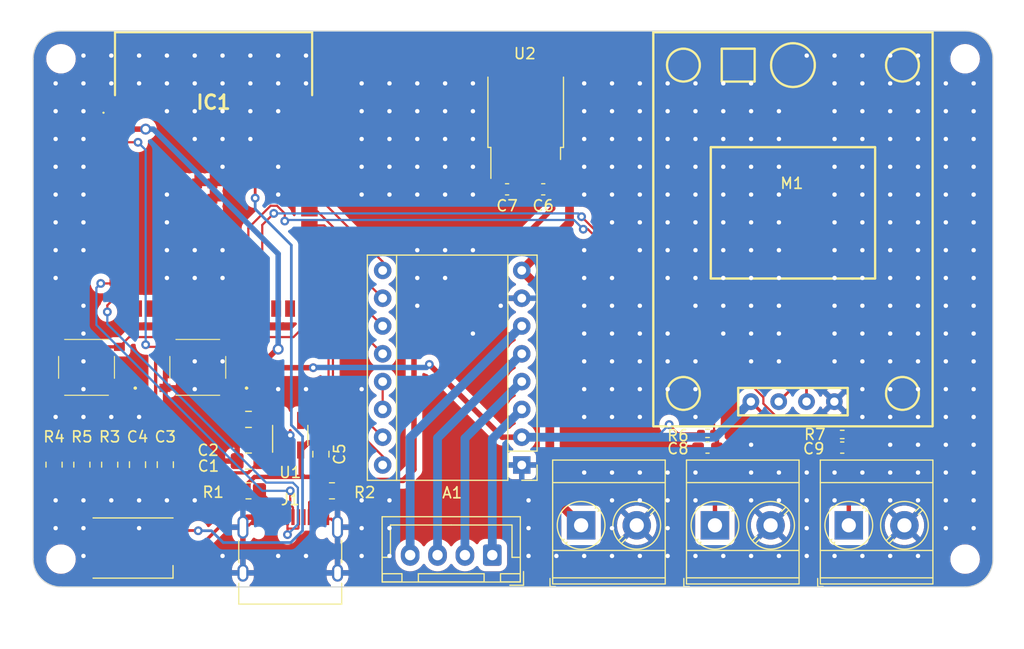
<source format=kicad_pcb>
(kicad_pcb (version 20240108) (generator "pcbnew") (generator_version "8.0")
  (title_block (title "Solar data logger") (date "2022-12-15") (rev "1") (comment 4 "AISLER Project ID: ROSFXOJF"))
  (layers (0 "F.Cu" signal) (31 "B.Cu" signal) (34 "B.Paste" user) (35 "F.Paste" user) (36 "B.SilkS" user "B.Silkscreen") (37 "F.SilkS" user "F.Silkscreen") (38 "B.Mask" user) (39 "F.Mask" user) (44 "Edge.Cuts" user))
  (net 0 "")
  (net 1 "GND")
  (net 2 "+3.3V")
  (net 3 "~{RESET}")
  (net 4 "+5V")
  (net 5 "LED")
  (net 13 "Net-(IC1-IO18)")
  (net 14 "D-")
  (net 15 "D+")
  (net 18 "IO9")
  (net 19 "IO10")
  (net 20 "IO11")
  (net 21 "IO12")
  (net 22 "IO13")
  (net 23 "IO14")
  (net 25 "~{FLASH}")
  (net 28 "RX")
  (net 29 "TX")
  (net 32 "Net-(J1-CC1)")
  (net 34 "Net-(J1-CC2)")
  (net 38 "Net-(A1-1B)")
  (net 39 "Net-(A1-1A)")
  (net 40 "Net-(A1-2A)")
  (net 41 "Net-(A1-2B)")
  (net 42 "VCC")
  (net 43 "STEP_EN")
  (net 44 "MS1")
  (net 45 "MS2")
  (net 46 "MS3")
  (net 47 "Net-(A1-~{RESET})")
  (net 48 "STEP_STEP")
  (net 49 "STEP_DIR")
  (net 50 "SWITCH_1")
  (net 51 "SWITCH_2")
  (footprint "Capacitor_SMD:C_0603_1608Metric_Pad1.08x0.95mm_HandSolder" (layer "F.Cu") (at 138.64 86.82)
    (property "Reference" "C6")
    (property "Value" "10uF")
  )
  (footprint "Capacitor_SMD:C_0805_2012Metric_Pad1.18x1.45mm_HandSolder" (layer "F.Cu") (at 118.34 111.02 -90)
    (property "Reference" "C5")
    (property "Value" "1uF")
  )
  (footprint "TerminalBlock_Phoenix:TerminalBlock_Phoenix_MKDS-3-2-5.08_1x02_P5.08mm_Horizontal" (layer "F.Cu") (at 166.54 117.52)
    (property "Reference" "J5" (hide yes))
    (property "Value" "SCHWITCH_2")
  )
  (footprint "LED_SMD:LED_WS2812B_PLCC4_5.0x5.0mm_P3.2mm" (layer "F.Cu") (at 101.1886 119.598)
    (property "Reference" "D1" (hide yes))
    (property "Value" "WS2812B" (hide yes))
  )
  (footprint "Capacitor_SMD:C_0603_1608Metric_Pad1.08x0.95mm_HandSolder" (layer "F.Cu") (at 153.64 110.42)
    (property "Reference" "C8")
    (property "Value" "10uF")
  )
  (footprint "Resistor_SMD:R_0805_2012Metric_Pad1.20x1.40mm_HandSolder" (layer "F.Cu") (at 111.73 114.3704 180)
    (property "Reference" "R1")
    (property "Value" "5k1")
  )
  (footprint "Resistor_SMD:R_0805_2012Metric_Pad1.20x1.40mm_HandSolder" (layer "F.Cu") (at 119.35 114.3704)
    (property "Reference" "R2")
    (property "Value" "5k1")
  )
  (footprint "Package_TO_SOT_SMD:TO-252-2" (layer "F.Cu") (at 137.04 79.68 90)
    (property "Reference" "U2")
    (property "Value" "78M05")
  )
  (footprint "Capacitor_SMD:C_0805_2012Metric_Pad1.18x1.45mm_HandSolder" (layer "F.Cu") (at 111.73 111.6526)
    (property "Reference" "C1")
    (property "Value" "22uF")
  )
  (footprint "Capacitor_SMD:C_0603_1608Metric_Pad1.08x0.95mm_HandSolder" (layer "F.Cu") (at 135.34 86.82 180)
    (property "Reference" "C7")
    (property "Value" "10uF")
  )
  (footprint "robins-parts:A4988" (layer "F.Cu") (at 136.68 112.01 180)
    (property "Reference" "A1")
    (property "Value" "Pololu_Breakout_A4988")
  )
  (footprint "Resistor_SMD:R_0805_2012Metric_Pad1.20x1.40mm_HandSolder" (layer "F.Cu") (at 99.055 111.978 90)
    (property "Reference" "R3")
    (property "Value" "10k")
  )
  (footprint "MountingHole:MountingHole_2.2mm_M2" (layer "F.Cu") (at 177.16 120.61)
    (property "Reference" "H2" (hide yes))
    (property "Value" "MountingHole" (hide yes))
  )
  (footprint "Resistor_SMD:R_0805_2012Metric_Pad1.20x1.40mm_HandSolder" (layer "F.Cu") (at 93.975 111.978 90)
    (property "Reference" "R4")
    (property "Value" "10K")
  )
  (footprint "Capacitor_SMD:C_0805_2012Metric_Pad1.18x1.45mm_HandSolder" (layer "F.Cu") (at 111.73 107.8426)
    (property "Reference" "C2")
    (property "Value" "0.1uF")
  )
  (footprint "TerminalBlock_Phoenix:TerminalBlock_Phoenix_MKDS-3-2-5.08_1x02_P5.08mm_Horizontal" (layer "F.Cu") (at 142.1 117.52)
    (property "Reference" "J2" (hide yes))
    (property "Value" "POWER")
  )
  (footprint "Capacitor_SMD:C_0805_2012Metric_Pad1.18x1.45mm_HandSolder" (layer "F.Cu") (at 101.595 111.978 -90)
    (property "Reference" "C4")
    (property "Value" "0.1uF")
  )
  (footprint "Resistor_SMD:R_0402_1005Metric_Pad0.72x0.64mm_HandSolder" (layer "F.Cu") (at 165.94 109.22)
    (property "Reference" "R7")
    (property "Value" "1k")
  )
  (footprint "Resistor_SMD:R_0805_2012Metric_Pad1.20x1.40mm_HandSolder" (layer "F.Cu") (at 96.515 111.978 -90)
    (property "Reference" "R5")
    (property "Value" "(10k)")
  )
  (footprint "TerminalBlock_Phoenix:TerminalBlock_Phoenix_MKDS-3-2-5.08_1x02_P5.08mm_Horizontal" (layer "F.Cu") (at 154.32 117.52)
    (property "Reference" "J3" (hide yes))
    (property "Value" "SWITCH_1")
  )
  (footprint "Resistor_SMD:R_0402_1005Metric_Pad0.72x0.64mm_HandSolder" (layer "F.Cu") (at 153.64 109.12)
    (property "Reference" "R6")
    (property "Value" "1k")
  )
  (footprint "robins-parts:NEO-6M_GPS" (layer "F.Cu") (at 161.34 89.12)
    (property "Reference" "M1")
    (property "Value" "~")
  )
  (footprint "Capacitor_SMD:C_0805_2012Metric_Pad1.18x1.45mm_HandSolder" (layer "F.Cu") (at 104.135 111.978 90)
    (property "Reference" "C3")
    (property "Value" "1uF")
  )
  (footprint "SamacSys_Parts:TS1187ABAB" (layer "F.Cu") (at 107.1 103.088 180)
    (property "Reference" "SW2" (hide yes))
    (property "Value" "RESET")
  )
  (footprint "MountingHole:MountingHole_2.2mm_M2" (layer "F.Cu") (at 177.16 74.89)
    (property "Reference" "H1" (hide yes))
    (property "Value" "MountingHole" (hide yes))
  )
  (footprint "Connector_JST:JST_XH_B4B-XH-A_1x04_P2.50mm_Vertical" (layer "F.Cu") (at 133.99 120.245 180)
    (property "Reference" "J6" (hide yes))
    (property "Value" "Conn_01x04")
  )
  (footprint "MountingHole:MountingHole_2.2mm_M2" (layer "F.Cu") (at 94.61 74.89)
    (property "Reference" "H4" (hide yes))
    (property "Value" "MountingHole" (hide yes))
  )
  (footprint "Capacitor_SMD:C_0603_1608Metric_Pad1.08x0.95mm_HandSolder" (layer "F.Cu") (at 165.94 110.42)
    (property "Reference" "C9")
    (property "Value" "10uF")
  )
  (footprint "CustomComponents:USB_C_Receptacle_HRO_TYPE-C-31-M-12" (layer "F.Cu") (at 115.54 120.82)
    (property "Reference" "J1")
    (property "Value" "USB_C_Receptacle_USB2.0")
  )
  (footprint "LOGO" (layer "F.Cu") (at 126.6 83.4)
    (property "Reference" "G***" (hide yes))
    (property "Value" "LOGO" (hide yes))
  )
  (footprint "SamacSys_Parts:ESP32S2SOLON4R2" (layer "F.Cu") (at 108.54 85.22)
    (property "Reference" "IC1")
    (property "Value" "ESP32-S2-SOLO-N4R2" (hide yes))
  )
  (footprint "SamacSys_Parts:TS1187ABAB" (layer "F.Cu") (at 96.94 103.088 180)
    (property "Reference" "SW1" (hide yes))
    (property "Value" "FLASH")
  )
  (footprint "Package_TO_SOT_SMD:SOT-23-5_HandSoldering" (layer "F.Cu") (at 115.54 109.2904 90)
    (property "Reference" "U1")
    (property "Value" "ME6211C33M5G-N")
  )
  (footprint "MountingHole:MountingHole_2.2mm_M2" (layer "F.Cu") (at 94.61 120.61)
    (property "Reference" "H3" (hide yes))
    (property "Value" "MountingHole" (hide yes))
  )
  (gr_arc (start 177.16 72.35) (mid 178.956051 73.093949) (end 179.7 74.89) (stroke (width 0.1)) (layer "Edge.Cuts"))
  (gr_line (start 92.07 120.61) (end 92.07 74.89) (stroke (width 0.1)) (layer "Edge.Cuts"))
  (gr_line (start 177.16 123.15) (end 94.61 123.15) (stroke (width 0.1)) (layer "Edge.Cuts"))
  (gr_arc (start 92.07 74.89) (mid 92.813949 73.093949) (end 94.61 72.35) (stroke (width 0.1)) (layer "Edge.Cuts"))
  (gr_line (start 94.61 72.35) (end 177.16 72.35) (stroke (width 0.1)) (layer "Edge.Cuts"))
  (gr_line (start 179.7 74.89) (end 179.7 120.61) (stroke (width 0.1)) (layer "Edge.Cuts"))
  (gr_arc (start 179.7 120.61) (mid 178.956051 122.406051) (end 177.16 123.15) (stroke (width 0.1)) (layer "Edge.Cuts"))
  (gr_arc (start 94.61 123.15) (mid 92.813949 122.406051) (end 92.07 120.61) (stroke (width 0.1)) (layer "Edge.Cuts"))
  (segment (start 119.28 116.9404) (end 119.86 117.5204) (width 0.25) (layer "F.Cu") (net 1))
  (segment (start 111.76 117.5204) (end 112.34 116.9404) (width 0.25) (layer "F.Cu") (net 1))
  (segment (start 111.22 117.5204) (end 111.76 117.5204) (width 0.25) (layer "F.Cu") (net 1))
  (segment (start 118.74 116.9404) (end 119.28 116.9404) (width 0.25) (layer "F.Cu") (net 1))
  (segment (start 115.54 110.6404) (end 115.54 109.2904) (width 0.25) (layer "F.Cu") (net 1))
  (via (at 127.14 79.68) (size 0.8) (drill 0.4) (layers "F.Cu" "B.Cu") (net 1))
  (via (at 172.86 77.14) (size 0.8) (drill 0.4) (layers "F.Cu" "B.Cu") (net 1))
  (via (at 147.46 84.76) (size 0.8) (drill 0.4) (layers "F.Cu" "B.Cu") (net 1))
  (via (at 106.82 94.92) (size 0.8) (drill 0.4) (layers "F.Cu" "B.Cu") (net 1))
  (via (at 144.92 102.54) (size 0.8) (drill 0.4) (layers "F.Cu" "B.Cu") (net 1))
  (via (at 172.86 120.32) (size 0.8) (drill 0.4) (layers "F.Cu" "B.Cu") (net 1))
  (via (at 155.08 77.14) (size 0.8) (drill 0.4) (layers "F.Cu" "B.Cu") (net 1))
  (via (at 129.68 94.92) (size 0.8) (drill 0.4) (layers "F.Cu" "B.Cu") (net 1))
  (via (at 144.92 89.84) (size 0.8) (drill 0.4) (layers "F.Cu" "B.Cu") (net 1))
  (via (at 165.24 92.38) (size 0.8) (drill 0.4) (layers "F.Cu" "B.Cu") (net 1))
  (via (at 175.4 97.46) (size 0.8) (drill 0.4) (layers "F.Cu" "B.Cu") (net 1))
  (via (at 152.54 94.92) (size 0.8) (drill 0.4) (layers "F.Cu" "B.Cu") (net 1))
  (via (at 147.46 87.3) (size 0.8) (drill 0.4) (layers "F.Cu" "B.Cu") (net 1))
  (via (at 177.94 112.7) (size 0.8) (drill 0.4) (layers "F.Cu" "B.Cu") (net 1))
  (via (at 170.32 84.76) (size 0.8) (drill 0.4) (layers "F.Cu" "B.Cu") (net 1))
  (via (at 155.08 120.32) (size 0.8) (drill 0.4) (layers "F.Cu" "B.Cu") (net 1))
  (via (at 172.86 94.92) (size 0.8) (drill 0.4) (layers "F.Cu" "B.Cu") (net 1))
  (via (at 167.78 82.22) (size 0.8) (drill 0.4) (layers "F.Cu" "B.Cu") (net 1))
  (via (at 157.62 102.54) (size 0.8) (drill 0.4) (layers "F.Cu" "B.Cu") (net 1))
  (via (at 177.94 110.16) (size 0.8) (drill 0.4) (layers "F.Cu" "B.Cu") (net 1))
  (via (at 127.14 87.3) (size 0.8) (drill 0.4) (layers "F.Cu" "B.Cu") (net 1))
  (via (at 167.78 102.54) (size 0.8) (drill 0.4) (layers "F.Cu" "B.Cu") (net 1))
  (via (at 162.7 117.78) (size 0.8) (drill 0.4) (layers "F.Cu" "B.Cu") (net 1))
  (via (at 127.14 94.92) (size 0.8) (drill 0.4) (layers "F.Cu" "B.Cu") (net 1))
  (via (at 175.4 112.7) (size 0.8) (drill 0.4) (layers "F.Cu" "B.Cu") (net 1))
  (via (at 172.86 79.68) (size 0.8) (drill 0.4) (layers "F.Cu" "B.Cu") (net 1))
  (via (at 114.44 74.6) (size 0.8) (drill 0.4) (layers "F.Cu" "B.Cu") (net 1))
  (via (at 101.74 77.14) (size 0.8) (drill 0.4) (layers "F.Cu" "B.Cu") (net 1))
  (via (at 175.4 100) (size 0.8) (drill 0.4) (layers "F.Cu" "B.Cu") (net 1))
  (via (at 162.7 120.32) (size 0.8) (drill 0.4) (layers "F.Cu" "B.Cu") (net 1))
  (via (at 106.82 79.68) (size 0.8) (drill 0.4) (layers "F.Cu" "B.Cu") (net 1))
  (via (at 122.06 87.3) (size 0.8) (drill 0.4) (layers "F.Cu" "B.Cu") (net 1))
  (via (at 124.6 82.22) (size 0.8) (drill 0.4) (layers "F.Cu" "B.Cu") (net 1))
  (via (at 132.22 79.68) (size 0.8) (drill 0.4) (layers "F.Cu" "B.Cu") (net 1))
  (via (at 139.84 120.32) (size 0.8) (drill 0.4) (layers "F.Cu" "B.Cu") (net 1))
  (via (at 150 102.54) (size 0.8) (drill 0.4) (layers "F.Cu" "B.Cu") (net 1))
  (via (at 167.78 92.38) (size 0.8) (drill 0.4) (layers "F.Cu" "B.Cu") (net 1))
  (via (at 129.68 79.68) (size 0.8) (drill 0.4) (layers "F.Cu" "B.Cu") (net 1))
  (via (at 175.4 117.78) (size 0.8) (drill 0.4) (layers "F.Cu" "B.Cu") (net 1))
  (via (at 114.44 84.76) (size 0.8) (drill 0.4) (layers "F.Cu" "B.Cu") (net 1))
  (via (at 155.08 100) (size 0.8) (drill 0.4) (layers "F.Cu" "B.Cu") (net 1))
  (via (at 132.22 82.22) (size 0.8) (drill 0.4) (layers "F.Cu" "B.Cu") (net 1))
  (via (at 109.36 94.92) (size 0.8) (drill 0.4) (layers "F.Cu" "B.Cu") (net 1))
  (via (at 167.78 77.14) (size 0.8) (drill 0.4) (layers "F.Cu" "B.Cu") (net 1))
  (via (at 165.24 97.46) (size 0.8) (drill 0.4) (layers "F.Cu" "B.Cu") (net 1))
  (via (at 101.74 107.62) (size 0.8) (drill 0.4) (layers "F.Cu" "B.Cu") (net 1))
  (via (at 152.54 84.76) (size 0.8) (drill 0.4) (layers "F.Cu" "B.Cu") (net 1))
  (via (at 170.32 87.3) (size 0.8) (drill 0.4) (layers "F.Cu" "B.Cu") (net 1))
  (via (at 132.22 87.3) (size 0.8) (drill 0.4) (layers "F.Cu" "B.Cu") (net 1))
  (via (at 142.38 82.22) (size 0.8) (drill 0.4) (layers "F.Cu" "B.Cu") (net 1))
  (via (at 142.38 77.14) (size 0.8) (drill 0.4) (layers "F.Cu" "B.Cu") (net 1))
  (via (at 114.44 77.14) (size 0.8) (drill 0.4) (layers "F.Cu" "B.Cu") (net 1))
  (via (at 150 79.68) (size 0.8) (drill 0.4) (layers "F.Cu" "B.Cu") (net 1))
  (via (at 94.12 92.38) (size 0.8) (drill 0.4) (layers "F.Cu" "B.Cu") (net 1))
  (via (at 155.08 82.22) (size 0.8) (drill 0.4) (layers "F.Cu" "B.Cu") (net 1))
  (via (at 167.78 94.92) (size 0.8) (drill 0.4) (layers "F.Cu" "B.Cu") (net 1))
  (via (at 172.86 74.6) (size 0.8) (drill 0.4) (layers "F.Cu" "B.Cu") (net 1))
  (via (at 147.46 105.08) (size 0.8) (drill 0.4) (layers "F.Cu" "B.Cu") (net 1))
  (via (at 109.36 74.6) (size 0.8) (drill 0.4) (layers "F.Cu" "B.Cu") (net 1))
  (via (at 177.94 107.62) (size 0.8) (drill 0.4) (layers "F.Cu" "B.Cu") (net 1))
  (via (at 160.16 87.3) (size 0.8) (drill 0.4) (layers "F.Cu" "B.Cu") (net 1))
  (via (at 144.92 117.78) (size 0.8) (drill 0.4) (layers "F.Cu" "B.Cu") (net 1))
  (via (at 167.78 89.84) (size 0.8) (drill 0.4) (layers "F.Cu" "B.Cu") (net 1))
  (via (at 167.78 105.08) (size 0.8) (drill 0.4) (layers "F.Cu" "B.Cu") (net 1))
  (via (at 152.54 102.54) (size 0.8) (drill 0.4) (layers "F.Cu" "B.Cu") (net 1))
  (via (at 157.62 84.76) (size 0.8) (drill 0.4) (layers "F.Cu" "B.Cu") (net 1))
  (via (at 94.12 89.84) (size 0.8) (drill 0.4) (layers "F.Cu" "B.Cu") (net 1))
  (via (at 155.08 79.68) (size 0.8) (drill 0.4) (layers "F.Cu" "B.Cu") (net 1))
  (via (at 96.66 87.3) (size 0.8) (drill 0.4) (layers "F.Cu" "B.Cu") (net 1))
  (via (at 165.24 120.32) (size 0.8) (drill 0.4) (layers "F.Cu" "B.Cu") (net 1))
  (via (at 165.24 115.24) (size 0.8) (drill 0.4) (layers "F.Cu" "B.Cu") (net 1))
  (via (at 167.78 97.46) (size 0.8) (drill 0.4) (layers "F.Cu" "B.Cu") (net 1))
  (via (at 175.4 92.38) (size 0.8) (drill 0.4) (layers "F.Cu" "B.Cu") (net 1))
  (via (at 124.6 120.32) (size 0.8) (drill 0.4) (layers "F.Cu" "B.Cu") (net 1))
  (via (at 172.86 100) (size 0.8) (drill 0.4) (layers "F.Cu" "B.Cu") (net 1))
  (via (at 177.94 84.76) (size 0.8) (drill 0.4) (layers "F.Cu" "B.Cu") (net 1))
  (via (at 127.14 82.22) (size 0.8) (drill 0.4) (layers "F.Cu" "B.Cu") (net 1))
  (via (at 96.66 84.76) (size 0.8) (drill 0.4) (layers "F.Cu" "B.Cu") (net 1))
  (via (at 116.98 74.6) (size 0.8) (drill 0.4) (layers "F.Cu" "B.Cu") (net 1))
  (via (at 124.6 79.68) (size 0.8) (drill 0.4) (layers "F.Cu" "B.Cu") (net 1))
  (via (at 142.38 92.38) (size 0.8) (drill 0.4) (layers "F.Cu" "B.Cu") (net 1))
  (via (at 111.9 74.6) (size 0.8) (drill 0.4) (layers "F.Cu" "B.Cu") (net 1))
  (via (at 96.66 74.6) (size 0.8) (drill 0.4) (layers "F.Cu" "B.Cu") (net 1))
  (via (at 142.38 84.76) (size 0.8) (drill 0.4) (layers "F.Cu" "B.Cu") (net 1))
  (via (at 150 94.92) (size 0.8) (drill 0.4) (layers "F.Cu" "B.Cu") (net 1))
  (via (at 104.28 74.6) (size 0.8) (drill 0.4) (layers "F.Cu" "B.Cu") (net 1))
  (via (at 165.24 79.68) (size 0.8) (drill 0.4) (layers "F.Cu" "B.Cu") (net 1))
  (via (at 104.28 77.14) (size 0.8) (drill 0.4) (layers "F.Cu" "B.Cu") (net 1))
  (via (at 175.4 107.62) (size 0.8) (drill 0.4) (layers "F.Cu" "B.Cu") (net 1))
  (via (at 160.16 115.24) (size 0.8) (drill 0.4) (layers "F.Cu" "B.Cu") (net 1))
  (via (at 132.22 100) (size 0.8) (drill 0.4) (layers "F.Cu" "B.Cu") (net 1))
  (via (at 94.12 115.24) (size 0.8) (drill 0.4) (layers "F.Cu" "B.Cu") (net 1))
  (via (at 142.38 105.08) (size 0.8) (drill 0.4) (layers "F.Cu" "B.Cu") (net 1))
  (via (at 96.66 97.46) (size 0.8) (drill 0.4) (layers "F.Cu" "B.Cu") (net 1))
  (via (at 122.06 115.24) (size 0.8) (drill 0.4) (layers "F.Cu" "B.Cu") (net 1))
  (via (at 109.36 82.22) (size 0.8) (drill 0.4) (layers "F.Cu" "B.Cu") (net 1))
  (via (at 101.74 115.24) (size 0.8) (drill 0.4) (layers "F.Cu" "B.Cu") (net 1))
  (via (at 160.16 120.32) (size 0.8) (drill 0.4) (layers "F.Cu" "B.Cu") (net 1))
  (via (at 152.54 79.68) (size 0.8) (drill 0.4) (layers "F.Cu" "B.Cu") (net 1))
  (via (at 152.54 105.08) (size 0.8) (drill 0.4) (layers "F.Cu" "B.Cu") (net 1))
  (via (at 104.28 115.24) (size 0.8) (drill 0.4) (layers "F.Cu" "B.Cu") (net 1))
  (via (at 155.08 89.84) (size 0.8) (drill 0.4) (layers "F.Cu" "B.Cu") (net 1))
  (via (at 157.62 87.3) (size 0.8) (drill 0.4) (layers "F.Cu" "B.Cu") (net 1))
  (via (at 175.4 77.14) (size 0.8) (drill 0.4) (layers "F.Cu" "B.Cu") (net 1))
  (via (at 122.06 79.68) (size 0.8) (drill 0.4) (layers "F.Cu" "B.Cu") (net 1))
  (via (at 106.82 115.24) (size 0.8) (drill 0.4) (layers "F.Cu" "B.Cu") (net 1))
  (via (at 104.28 79.68) (size 0.8) (drill 0.4) (layers "F.Cu" "B.Cu") (net 1))
  (via (at 147.46 97.46) (size 0.8) (drill 0.4) (layers "F.Cu" "B.Cu") (net 1))
  (via (at 122.06 82.22) (size 0.8) (drill 0.4) (layers "F.Cu" "B.Cu") (net 1))
  (via (at 167.78 74.6) (size 0.8) (drill 0.4) (layers "F.Cu" "B.Cu") (net 1))
  (via (at 170.32 79.68) (size 0.8) (drill 0.4) (layers "F.Cu" "B.Cu") (net 1))
  (via (at 109.36 79.68) (size 0.8) (drill 0.4) (layers "F.Cu" "B.Cu") (net 1))
  (via (at 147.46 100) (size 0.8) (drill 0.4) (layers "F.Cu" "B.Cu") (net 1))
  (via (at 165.24 100) (size 0.8) (drill 0.4) (layers "F.Cu" "B.Cu") (net 1))
  (via (at 167.78 100) (size 0.8) (drill 0.4) (layers "F.Cu" "B.Cu") (net 1))
  (via (at 150 84.76) (size 0.8) (drill 0.4) (layers "F.Cu" "B.Cu") (net 1))
  (via (at 150 100) (size 0.8) (drill 0.4) (layers "F.Cu" "B.Cu") (net 1))
  (via (at 170.32 74.6) (size 0.8) (drill 0.4) (layers "F.Cu" "B.Cu") (net 1))
  (via (at 155.08 84.76) (size 0.8) (drill 0.4) (layers "F.Cu" "B.Cu") (net 1))
  (via (at 157.62 97.46) (size 0.8) (drill 0.4) (layers "F.Cu" "B.Cu") (net 1))
  (via (at 177.94 115.24) (size 0.8) (drill 0.4) (layers "F.Cu" "B.Cu") (net 1))
  (via (at 96.66 120.32) (size 0.8) (drill 0.4) (layers "F.Cu" "B.Cu") (net 1))
  (via (at 132.22 77.14) (size 0.8) (drill 0.4) (layers "F.Cu" "B.Cu") (net 1))
  (via (at 147.46 82.22) (size 0.8) (drill 0.4) (layers "F.Cu" "B.Cu") (net 1))
  (via (at 96.66 115.24) (size 0.8) (drill 0.4) (layers "F.Cu" "B.Cu") (net 1))
  (via (at 170.32 92.38) (size 0.8) (drill 0.4) (layers "F.Cu" "B.Cu") (net 1))
  (via (at 170.32 94.92) (size 0.8) (drill 0.4) (layers "F.Cu" "B.Cu") (net 1))
  (via (at 157.62 115.24) (size 0.8) (drill 0.4) (layers "F.Cu" "B.Cu") (net 1))
  (via (at 142.38 87.3) (size 0.8) (drill 0.4) (layers "F.Cu" "B.Cu") (net 1))
  (via (at 94.12 79.68) (size 0.8) (drill 0.4) (layers "F.Cu" "B.Cu") (net 1))
  (via (at 170.32 107.62) (size 0.8) (drill 0.4) (layers "F.Cu" "B.Cu") (net 1))
  (via (at 109.36 84.76) (size 0.8) (drill 0.4) (layers "F.Cu" "B.Cu") (net 1))
  (via (at 165.24 77.14) (size 0.8) (drill 0.4) (layers "F.Cu" "B.Cu") (net 1))
  (via (at 132.22 84.76) (size 0.8) (drill 0.4) (layers "F.Cu" "B.Cu") (net 1))
  (via (at 167.78 107.62) (size 0.8) (drill 0.4) (layers "F.Cu" "B.Cu") (net 1))
  (via (at 175.4 82.22) (size 0.8) (drill 0.4) (layers "F.Cu" "B.Cu") (net 1))
  (via (at 152.54 92.38) (size 0.8) (drill 0.4) (layers "F.Cu" "B.Cu") (net 1))
  (via (at 137.3 117.78) (size 0.8) (drill 0.4) (layers "F.Cu" "B.Cu") (net 1))
  (via (at 175.4 87.3) (size 0.8) (drill 0.4) (layers "F.Cu" "B.Cu") (net 1))
  (via (at 124.6 87.3) (size 0.8) (drill 0.4) (layers "F.Cu" "B.Cu") (net 1))
  (via (at 170.32 105.08) (size 0.8) (drill 0.4) (layers "F.Cu" "B.Cu") (net 1))
  (via (at 177.94 79.68) (size 0.8) (drill 0.4) (layers "F.Cu" "B.Cu") (net 1))
  (via (at 170.32 89.84) (size 0.8) (drill 0.4) (layers "F.Cu" "B.Cu") (net 1))
  (via (at 144.92 115.24) (size 0.8) (drill 0.4) (layers "F.Cu" "B.Cu") (net 1))
  (via (at 150 115.24) (size 0.8) (drill 0.4) (layers "F.Cu" "B.Cu") (net 1))
  (via (at 167.78 87.3) (size 0.8) (drill 0.4) (layers "F.Cu" "B.Cu") (net 1))
  (via (at 152.54 107.62) (size 0.8) (drill 0.4) (layers "F.Cu" "B.Cu") (net 1))
  (via (at 142.38 94.92) (size 0.8) (drill 0.4) (layers "F.Cu" "B.Cu") (net 1))
  (via (at 94.12 77.14) (size 0.8) (drill 0.4) (layers "F.Cu" "B.Cu") (net 1))
  (via (at 157.62 77.14) (size 0.8) (drill 0.4) (layers "F.Cu" "B.Cu") (net 1))
  (via (at 96.66 102.54) (size 0.8) (drill 0.4) (layers "F.Cu" "B.Cu") (net 1))
  (via (at 157.62 92.38) (size 0.8) (drill 0.4) (layers "F.Cu" "B.Cu") (net 1))
  (via (at 152.54 120.32) (size 0.8) (drill 0.4) (layers "F.Cu" "B.Cu") (net 1))
  (via (at 144.92 94.92) (size 0.8) (drill 0.4) (layers "F.Cu" "B.Cu") (net 1))
  (via (at 162.7 115.24) (size 0.8) (drill 0.4) (layers "F.Cu" "B.Cu") (net 1))
  (via (at 124.6 115.24) (size 0.8) (drill 0.4) (layers "F.Cu" "B.Cu") (net 1))
  (via (at 172.86 87.3) (size 0.8) (drill 0.4) (layers "F.Cu" "B.Cu") (net 1))
  (via (at 122.06 84.76) (size 0.8) (drill 0.4) (layers "F.Cu" "B.Cu") (net 1))
  (via (at 160.16 92.38) (size 0.8) (drill 0.4) (layers "F.Cu" "B.Cu") (net 1))
  (via (at 150 105.08) (size 0.8) (drill 0.4) (layers "F.Cu" "B.Cu") (net 1))
  (via (at 127.14 77.14) (size 0.8) (drill 0.4) (layers "F.Cu" "B.Cu") (net 1))
  (via (at 172.86 105.08) (size 0.8) (drill 0.4) (layers "F.Cu" "B.Cu") (net 1))
  (via (at 114.44 79.68) (size 0.8) (drill 0.4) (layers "F.Cu" "B.Cu") (net 1))
  (via (at 122.06 117.78) (size 0.8) (drill 0.4) (layers "F.Cu" "B.Cu") (net 1))
  (via (at 172.86 84.76) (size 0.8) (drill 0.4) (layers "F.Cu" "B.Cu") (net 1))
  (via (at 160.16 100) (size 0.8) (drill 0.4) (layers "F.Cu" "B.Cu") (net 1))
  (via (at 142.38 97.46) (size 0.8) (drill 0.4) (layers "F.Cu" "B.Cu") (net 1))
  (via (at 147.46 107.62) (size 0.8) (drill 0.4) (layers "F.Cu" "B.Cu") (net 1))
  (via (at 111.9 82.22) (size 0.8) (drill 0.4) (layers "F.Cu" "B.Cu") (net 1))
  (via (at 157.62 112.7) (size 0.8) (drill 0.4) (layers "F.Cu" "B.Cu") (net 1))
  (via (at 124.6 117.78) (size 0.8) (drill 0.4) (layers "F.Cu" "B.Cu") (net 1))
  (via (at 129.68 84.76) (size 0.8) (drill 0.4) (layers "F.Cu" "B.Cu") (net 1))
  (via (at 177.94 94.92) (size 0.8) (drill 0.4) (layers "F.Cu" "B.Cu") (net 1))
  (via (at 142.38 102.54) (size 0.8) (drill 0.4) (layers "F.Cu" "B.Cu") (net 1))
  (via (at 109.36 102.54) (size 0.8) (drill 0.4) (layers "F.Cu" "B.Cu") (net 1))
  (via (at 175.4 115.24) (size 0.8) (drill 0.4) (layers "F.Cu" "B.Cu") (net 1))
  (via (at 144.92 79.68) (size 0.8) (drill 0.4) (layers "F.Cu" "B.Cu") (net 1))
  (via (at 152.54 97.46) (size 0.8) (drill 0.4) (layers "F.Cu" "B.Cu") (net 1))
  (via (at 170.32 82.22) (size 0.8) (drill 0.4) (layers "F.Cu" "B.Cu") (net 1))
  (via (at 147.46 120.32) (size 0.8) (drill 0.4) (layers "F.Cu" "B.Cu") (net 1))
  (via (at 177.94 102.54) (size 0.8) (drill 0.4) (layers "F.Cu" "B.Cu") (net 1))
  (via (at 150 77.14) (size 0.8) (drill 0.4) (layers "F.Cu" "B.Cu") (net 1))
  (via (at 165.24 112.7) (size 0.8) (drill 0.4) (layers "F.Cu" "B.Cu") (net 1))
  (via (at 96.66 100) (size 0.8) (drill 0.4) (layers "F.Cu" "B.Cu") (net 1))
  (via (at 170.32 120.32) (size 0.8) (drill 0.4) (layers "F.Cu" "B.Cu") (net 1))
  (via (at 152.54 77.14) (size 0.8) (drill 0.4) (layers "F.Cu" "B.Cu") (net 1))
  (via (at 116.98 77.14) (size 0.8) (drill 0.4) (layers "F.Cu" "B.Cu") (net 1))
  (via (at 165.24 89.84) (size 0.8) (drill 0.4) (layers "F.Cu" "B.Cu") (net 1))
  (via (at 99.2 74.6) (size 0.8) (drill 0.4) (layers "F.Cu" "B.Cu") (net 1))
  (via (at 157.62 82.22) (size 0.8) (drill 0.4) (layers "F.Cu" "B.Cu") (net 1))
  (via (at 129.68 87.3) (size 0.8) (drill 0.4) (layers "F.Cu" "B.Cu") (net 1))
  (via (at 167.78 115.24) (size 0.8) (drill 0.4) (layers "F.Cu" "B.Cu") (net 1))
  (via (at 96.66 79.68) (size 0.8) (drill 0.4) (layers "F.Cu" "B.Cu") (net 1))
  (via (at 150 120.32) (size 0.8) (drill 0.4) (layers "F.Cu" "B.Cu") (net 1))
  (via (at 172.86 112.7) (size 0.8) (drill 0.4) (layers "F.Cu" "B.Cu") (net 1))
  (via (at 142.38 120.32) (size 0.8) (drill 0.4) (layers "F.Cu" "B.Cu") (net 1))
  (via (at 155.08 87.3) (size 0.8) (drill 0.4) (layers "F.Cu" "B.Cu") (net 1))
  (via (at 99.2 107.62) (size 0.8) (drill 0.4) (layers "F.Cu" "B.Cu") (net 1))
  (via (at 170.32 115.24) (size 0.8) (drill 0.4) (layers "F.Cu" "B.Cu") (net 1))
  (via (at 106.82 82.22) (size 0.8) (drill 0.4) (layers "F.Cu" "B.Cu") (net 1))
  (via (at 96.66 82.22) (size 0.8) (drill 0.4) (layers "F.Cu" "B.Cu") (net 1))
  (via (at 144.92 100) (size 0.8) (drill 0.4) (layers "F.Cu" "B.Cu") (net 1))
  (via (at 152.54 82.22) (size 0.8) (drill 0.4) (layers "F.Cu" "B.Cu") (net 1))
  (via (at 172.86 107.62) (size 0.8) (drill 0.4) (layers "F.Cu" "B.Cu") (net 1))
  (via (at 152.54 87.3) (size 0.8) (drill 0.4) (layers "F.Cu" "B.Cu") (net 1))
  (via (at 101.74 117.78) (size 0.8) (drill 0.4) (layers "F.Cu" "B.Cu") (net 1))
  (via (at 142.38 100) (size 0.8) (drill 0.4) (layers "F.Cu" "B.Cu") (net 1))
  (via (at 160.16 79.68) (size 0.8) (drill 0.4) (layers "F.Cu" "B.Cu") (net 1))
  (via (at 144.92 105.08) (size 0.8) (drill 0.4) (layers "F.Cu" "B.Cu") (net 1))
  (via (at 152.54 115.24) (size 0.8) (drill 0.4) (layers "F.Cu" "B.Cu") (net 1))
  (via (at 132.22 92.38) (size 0.8) (drill 0.4) (layers "F.Cu" "B.Cu") (net 1))
  (via (at 175.4 102.54) (size 0.8) (drill 0.4) (layers "F.Cu" "B.Cu") (net 1))
  (via (at 104.28 87.3) (size 0.8) (drill 0.4) (layers "F.Cu" "B.Cu") (net 1))
  (via (at 172.86 102.54) (size 0.8) (drill 0.4) (layers "F.Cu" "B.Cu") (net 1))
  (via (at 142.38 112.7) (size 0.8) (drill 0.4) (layers "F.Cu" "B.Cu") (net 1))
  (via (at 155.08 97.46) (size 0.8) (drill 0.4) (layers "F.Cu" "B.Cu") (net 1))
  (via (at 114.44 120.32) (size 0.8) (drill 0.4) (layers "F.Cu" "B.Cu") (net 1))
  (via (at 147.46 79.68) (size 0.8) (drill 0.4) (layers "F.Cu" "B.Cu") (net 1))
  (via (at 144.92 82.22) (size 0.8) (drill 0.4) (layers "F.Cu" "B.Cu") (net 1))
  (via (at 147.46 89.84) (size 0.8) (drill 0.4) (layers "F.Cu" "B.Cu") (net 1))
  (via (at 167.78 120.32) (size 0.8) (drill 0.4) (layers "F.Cu" "B.Cu") (net 1))
  (via (at 96.66 89.84) (size 0.8) (drill 0.4) (layers "F.Cu" "B.Cu") (net 1))
  (via (at 109.36 77.14) (size 0.8) (drill 0.4) (layers "F.Cu" "B.Cu") (net 1))
  (via (at 94.12 94.92) (size 0.8) (drill 0.4) (layers "F.Cu" "B.Cu") (net 1))
  (via (at 170.32 97.46) (size 0.8) (drill 0.4) (layers "F.Cu" "B.Cu") (net 1))
  (via (at 160.16 94.92) (size 0.8) (drill 0.4) (layers "F.Cu" "B.Cu") (net 1))
  (via (at 122.06 77.14) (size 0.8) (drill 0.4) (layers "F.Cu" "B.Cu") (net 1))
  (via (at 94.12 84.76) (size 0.8) (drill 0.4) (layers "F.Cu" "B.Cu") (net 1))
  (via (at 106.82 102.54) (size 0.8) (drill 0.4) (layers "F.Cu" "B.Cu") (net 1))
  (via (at 137.3 120.32) (size 0.8) (drill 0.4) (layers "F.Cu" "B.Cu") (net 1))
  (via (at 150 82.22) (size 0.8) (drill 0.4) (layers "F.Cu" "B.Cu") (net 1))
  (via (at 167.78 84.76) (size 0.8) (drill 0.4) (layers "F.Cu" "B.Cu") (net 1))
  (via (at 147.46 112.7) (size 0.8) (drill 0.4) (layers "F.Cu" "B.Cu") (net 1))
  (via (at 157.62 120.32) (size 0.8) (drill 0.4) (layers "F.Cu" "B.Cu") (net 1))
  (via (at 172.86 82.22) (size 0.8) (drill 0.4) (layers "F.Cu" "B.Cu") (net 1))
  (via (at 160.16 89.84) (size 0.8) (drill 0.4) (layers "F.Cu" "B.Cu") (net 1))
  (via (at 170.32 112.7) (size 0.8) (drill 0.4) (layers "F.Cu" "B.Cu") (net 1))
  (via (at 175.4 79.68) (size 0.8) (drill 0.4) (layers "F.Cu" "B.Cu") (net 1))
  (via (at 144.92 84.76) (size 0.8) (drill 0.4) (layers "F.Cu" "B.Cu") (net 1))
  (via (at 94.12 87.3) (size 0.8) (drill 0.4) (layers "F.Cu" "B.Cu") (net 1))
  (via (at 152.54 89.84) (size 0.8) (drill 0.4) (layers "F.Cu" "B.Cu") (net 1))
  (via (at 160.16 102.54) (size 0.8) (drill 0.4) (layers "F.Cu" "B.Cu") (net 1))
  (via (at 165.24 87.3) (size 0.8) (drill 0.4) (layers "F.Cu" "B.Cu") (net 1))
  (via (at 96.66 105.08) (size 0.8) (drill 0.4) (layers "F.Cu" "B.Cu") (net 1))
  (via (at 129.68 77.14) (size 0.8) (drill 0.4) (layers "F.Cu" "B.Cu") (net 1))
  (via (at 147.46 77.14) (size 0.8) (drill 0.4) (layers "F.Cu" "B.Cu") (net 1))
  (via (at 96.66 77.14) (size 0.8) (drill 0.4) (layers "F.Cu" "B.Cu") (net 1))
  (via (at 111.9 77.14) (size 0.8) (drill 0.4) (layers "F.Cu" "B.Cu") (net 1))
  (via (at 122.06 105.08) (size 0.8) (drill 0.4) (layers "F.Cu" "B.Cu") (net 1))
  (via (at 177.94 117.78) (size 0.8) (drill 0.4) (layers "F.Cu" "B.Cu") (net 1))
  (via (at 99.2 77.14) (size 0.8) (drill 0.4) (layers "F.Cu" "B.Cu") (net 1))
  (via (at 129.68 92.38) (size 0.8) (drill 0.4) (layers "F.Cu" "B.Cu") (net 1))
  (via (at 175.4 94.92) (size 0.8) (drill 0.4) (layers "F.Cu" "B.Cu") (net 1))
  (via (at 109.36 120.32) (size 0.8) (drill 0.4) (layers "F.Cu" "B.Cu") (net 1))
  (via (at 142.38 79.68) (size 0.8) (drill 0.4) (layers "F.Cu" "B.Cu") (net 1))
  (via (at 147.46 92.38) (size 0.8) (drill 0.4) (layers "F.Cu" "B.Cu") (net 1))
  (via (at 116.98 120.32) (size 0.8) (drill 0.4) (layers "F.Cu" "B.Cu") (net 1))
  (via (at 94.12 107.62) (size 0.8) (drill 0.4) (layers "F.Cu" "B.Cu") (net 1))
  (via (at 157.62 94.92) (size 0.8) (drill 0.4) (layers "F.Cu" "B.Cu") (net 1))
  (via (at 147.46 115.24) (size 0.8) (drill 0.4) (layers "F.Cu" "B.Cu") (net 1))
  (via (at 104.28 89.84) (size 0.8) (drill 0.4) (layers "F.Cu" "B.Cu") (net 1))
  (via (at 127.14 84.76) (size 0.8) (drill 0.4) (layers "F.Cu" "B.Cu") (net 1))
  (via (at 170.32 110.16) (size 0.8) (drill 0.4) (layers "F.Cu" "B.Cu") (net 1))
  (via (at 127.14 92.38) (size 0.8) (drill 0.4) (layers "F.Cu" "B.Cu") (net 1))
  (via (at 155.08 94.92) (size 0.8) (drill 0.4) (layers "F.Cu" "B.Cu") (net 1))
  (via (at 96.66 92.38) (size 0.8) (drill 0.4) (layers "F.Cu" "B.Cu") (net 1))
  (via (at 175.4 110.16) (size 0.8) (drill 0.4) (layers "F.Cu" "B.Cu") (net 1))
  (via (at 127.14 97.46) (size 0.8) (drill 0.4) (layers "F.Cu" "B.Cu") (net 1))
  (via (at 175.4 105.08) (size 0.8) (drill 0.4) (layers "F.Cu" "B.Cu") (net 1))
  (via (at 172.86 110.16) (size 0.8) (drill 0.4) (layers "F.Cu" "B.Cu") (net 1))
  (via (at 172.86 115.24) (size 0.8) (drill 0.4) (layers "F.Cu" "B.Cu") (net 1))
  (via (at 96.66 107.62) (size 0.8) (drill 0.4) (layers "F.Cu" "B.Cu") (net 1))
  (via (at 177.94 89.84) (size 0.8) (drill 0.4) (layers "F.Cu" "B.Cu") (net 1))
  (via (at 167.78 112.7) (size 0.8) (drill 0.4) (layers "F.Cu" "B.Cu") (net 1))
  (via (at 106.82 105.08) (size 0.8) (drill 0.4) (layers "F.Cu" "B.Cu") (net 1))
  (via (at 101.74 74.6) (size 0.8) (drill 0.4) (layers "F.Cu" "B.Cu") (net 1))
  (via (at 150 89.84) (size 0.8) (drill 0.4) (layers "F.Cu" "B.Cu") (net 1))
  (via (at 142.38 107.62) (size 0.8) (drill 0.4) (layers "F.Cu" "B.Cu") (net 1))
  (via (at 114.44 87.3) (size 0.8) (drill 0.4) (layers "F.Cu" "B.Cu") (net 1))
  (via (at 106.82 77.14) (size 0.8) (drill 0.4) (layers "F.Cu" "B.Cu") (net 1))
  (via (at 165.24 84.76) (size 0.8) (drill 0.4) (layers "F.Cu" "B.Cu") (net 1))
  (via (at 177.94 87.3) (size 0.8) (drill 0.4) (layers "F.Cu" "B.Cu") (net 1))
  (via (at 99.2 115.24) (size 0.8) (drill 0.4) (layers "F.Cu" "B.Cu") (net 1))
  (via (at 162.7 74.6) (size 0.8) (drill 0.4) (layers "F.Cu" "B.Cu") (net 1))
  (via (at 111.9 79.68) (size 0.8) (drill 0.4) (layers "F.Cu" "B.Cu") (net 1))
  (via (at 109.36 92.38) (size 0.8) (drill 0.4) (layers "F.Cu" "B.Cu") (net 1))
  (via (at 175.4 84.76) (size 0.8) (drill 0.4) (layers "F.Cu" "B.Cu") (net 1))
  (via (at 152.54 112.7) (size 0.8) (drill 0.4) (layers "F.Cu" "B.Cu") (net 1))
  (via (at 147.46 102.54) (size 0.8) (drill 0.4) (layers "F.Cu" "B.Cu") (net 1))
  (via (at 144.92 107.62) (size 0.8) (drill 0.4) (layers "F.Cu" "B.Cu") (net 1))
  (via (at 177.94 92.38) (size 0.8) (drill 0.4) (layers "F.Cu" "B.Cu") (net 1))
  (via (at 157.62 100) (size 0.8) (drill 0.4) (layers "F.Cu" "B.Cu") (net 1))
  (via (at 160.16 97.46) (size 0.8) (drill 0.4) (layers "F.Cu" "B.Cu") (net 1))
  (via (at 150 92.38) (size 0.8) (drill 0.4) (layers "F.Cu" "B.Cu") (net 1))
  (via (at 94.12 117.78) (size 0.8) (drill 0.4) (layers "F.Cu" "B.Cu") (net 1))
  (via (at 160.16 82.22) (size 0.8) (drill 0.4) (layers "F.Cu" "B.Cu") (net 1))
  (via (at 160.16 84.76) (size 0.8) (drill 0.4) (layers "F.Cu" "B.Cu") (net 1))
  (via (at 129.68 82.22) (size 0.8) (drill 0.4) (layers "F.Cu" "B.Cu") (net 1))
  (via (at 175.4 89.84) (size 0.8) (drill 0.4) (layers "F.Cu" "B.Cu") (net 1))
  (via (at 157.62 110.16) (size 0.8) (drill 0.4) (layers "F.Cu" "B.Cu") (net 1))
  (via (at 157.62 79.68) (size 0.8) (drill 0.4) (layers "F.Cu" "B.Cu") (net 1))
  (via (at 94.12 82.22) (size 0.8) (drill 0.4) (layers "F.Cu" "B.Cu") (net 1))
  (via (at 104.28 92.38) (size 0.8) (drill 0.4) (layers "F.Cu" "B.Cu") (net 1))
  (via (at 137.3 115.24) (size 0.8) (drill 0.4) (layers "F.Cu" "B.Cu") (net 1))
  (via (at 150 112.7) (size 0.8) (drill 0.4) (layers "F.Cu" "B.Cu") (net 1))
  (via (at 170.32 102.54) (size 0.8) (drill 0.4) (layers "F.Cu" "B.Cu") (net 1))
  (via (at 106.82 92.38) (size 0.8) (drill 0.4) (layers "F.Cu" "B.Cu") (net 1))
  (via (at 177.94 100) (size 0.8) (drill 0.4) (layers "F.Cu" "B.Cu") (net 1))
  (via (at 124.6 84.76) (size 0.8) (drill 0.4) (layers "F.Cu" "B.Cu") (net 1))
  (via (at 165.24 94.92) (size 0.8) (drill 0.4) (layers "F.Cu" "B.Cu") (net 1))
  (via (at 124.6 77.14) (size 0.8) (drill 0.4) (layers "F.Cu" "B.Cu") (net 1))
  (via (at 155.08 92.38) (size 0.8) (drill 0.4) (layers "F.Cu" "B.Cu") (net 1))
  (via (at 144.92 112.7) (size 0.8) (drill 0.4) (layers "F.Cu" "B.Cu") (net 1))
  (via (at 114.44 105.08) (size 0.8) (drill 0.4) (layers "F.Cu" "B.Cu") (net 1))
  (via (at 170.32 77.14) (size 0.8) (drill 0.4) (layers "F.Cu" "B.Cu") (net 1))
  (via (at 106.82 74.6) (size 0.8) (drill 0.4) (layers "F.Cu" "B.Cu") (net 1))
  (via (at 165.24 74.6) (size 0.8) (drill 0.4) (layers "F.Cu" "B.Cu") (net 1))
  (via (at 177.94 77.14) (size 0.8) (drill 0.4) (layers "F.Cu" "B.Cu") (net 1))
  (via (at 162.7 112.7) (size 0.8) (drill 0.4) (layers "F.Cu" "B.Cu") (net 1))
  (via (at 167.78 79.68) (size 0.8) (drill 0.4) (layers "F.Cu" "B.Cu") (net 1))
  (via (at 134.76 97.46) (size 0.8) (drill 0.4) (layers "F.Cu" "B.Cu") (net 1))
  (via (at 150 87.3) (size 0.8) (drill 0.4) (layers "F.Cu" "B.Cu") (net 1))
  (via (at 122.06 120.32) (size 0.8) (drill 0.4) (layers "F.Cu" "B.Cu") (net 1))
  (via (at 116.98 105.08) (size 0.8) (drill 0.4) (layers "F.Cu" "B.Cu") (net 1))
  (via (at 115.54 109.2904) (size 0.8) (drill 0.4) (layers "F.Cu" "B.Cu") (net 1))
  (via (at 96.66 117.78) (size 0.8) (drill 0.4) (layers "F.Cu" "B.Cu") (net 1))
  (via (at 144.92 120.32) (size 0.8) (drill 0.4) (layers "F.Cu" "B.Cu") (net 1))
  (via (at 165.24 82.22) (size 0.8) (drill 0.4) (layers "F.Cu" "B.Cu") (net 1))
  (via (at 144.92 77.14) (size 0.8) (drill 0.4) (layers "F.Cu" "B.Cu") (net 1))
  (via (at 150 117.78) (size 0.8) (drill 0.4) (layers "F.Cu" "B.Cu") (net 1))
  (via (at 104.28 94.92) (size 0.8) (drill 0.4) (layers "F.Cu" "B.Cu") (net 1))
  (via (at 172.86 97.46) (size 0.8) (drill 0.4) (layers "F.Cu" "B.Cu") (net 1))
  (via (at 157.62 89.84) (size 0.8) (drill 0.4) (layers "F.Cu" "B.Cu") (net 1))
  (via (at 177.94 82.22) (size 0.8) (drill 0.4) (layers "F.Cu" "B.Cu") (net 1))
  (via (at 177.94 105.08) (size 0.8) (drill 0.4) (layers "F.Cu" "B.Cu") (net 1))
  (via (at 172.86 92.38) (size 0.8) (drill 0.4) (layers "F.Cu" "B.Cu") (net 1))
  (via (at 172.86 89.84) (size 0.8) (drill 0.4) (layers "F.Cu" "B.Cu") (net 1))
  (via (at 165.24 102.54) (size 0.8) (drill 0.4) (layers "F.Cu" "B.Cu") (net 1))
  (via (at 144.92 87.3) (size 0.8) (drill 0.4) (layers "F.Cu" "B.Cu") (net 1))
  (via (at 170.32 100) (size 0.8) (drill 0.4) (layers "F.Cu" "B.Cu") (net 1))
  (via (at 177.94 97.46) (size 0.8) (drill 0.4) (layers "F.Cu" "B.Cu") (net 1))
  (via (at 160.16 112.7) (size 0.8) (drill 0.4) (layers "F.Cu" "B.Cu") (net 1))
  (via (at 144.92 97.46) (size 0.8) (drill 0.4) (layers "F.Cu" "B.Cu") (net 1))
  (segment (start 99.955 112.078) (end 99.055 112.978) (width 0.3) (layer "F.Cu") (net 2))
  (segment (start 136.68 109.47) (end 134.89 109.47) (width 0.5) (layer "F.Cu") (net 2))
  (segment (start 160.6 109.22) (end 157.6 106.22) (width 0.3) (layer "F.Cu") (net 2))
  (segment (start 111.6925 112.7276) (end 105.5476 112.7276) (width 0.3) (layer "F.Cu") (net 2))
  (segment (start 105.5476 112.7276) (end 104.898 112.078) (width 0.3) (layer "F.Cu") (net 2))
  (segment (start 150.94 109.12) (end 150.14 108.32) (width 0.2) (layer "F.Cu") (net 2))
  (segment (start 134.89 109.47) (end 128.24 102.82) (width 0.5) (layer "F.Cu") (net 2))
  (segment (start 93.975 112.978) (end 99.055 112.978) (width 0.3) (layer "F.Cu") (net 2))
  (segment (start 99.88 81.32) (end 99.79 81.23) (width 0.5) (layer "F.Cu") (net 2))
  (segment (start 114.4922 107.8426) (end 114.59 107.9404) (width 0.5) (layer "F.Cu") (net 2))
  (segment (start 117.64 103.12) (end 112.895 103.12) (width 0.5) (layer "F.Cu") (net 2))
  (segment (start 102.34 81.32) (end 99.88 81.32) (width 0.5) (layer "F.Cu") (net 2))
  (segment (start 112.7675 107.8426) (end 112.7675 111.6526) (width 0.5) (layer "F.Cu") (net 2))
  (segment (start 112.7675 111.6526) (end 111.6925 112.7276) (width 0.3) (layer "F.Cu") (net 2))
  (segment (start 112.7675 102.9925) (end 112.7675 107.8426) (width 0.5) (layer "F.Cu") (net 2))
  (segment (start 165.3425 109.22) (end 160.6 109.22) (width 0.3) (layer "F.Cu") (net 2))
  (segment (start 153.0425 109.12) (end 150.94 109.12) (width 0.2) (layer "F.Cu") (net 2))
  (segment (start 112.8653 107.9404) (end 112.7675 107.8426) (width 0.4) (layer "F.Cu") (net 2))
  (segment (start 104.898 112.078) (end 99.955 112.078) (width 0.3) (layer "F.Cu") (net 2))
  (segment (start 114.44 101.32) (end 112.7675 102.9925) (width 0.5) (layer "F.Cu") (net 2))
  (segment (start 112.7675 107.8426) (end 114.4922 107.8426) (width 0.5) (layer "F.Cu") (net 2))
  (segment (start 112.895 103.12) (end 112.7675 102.9925) (width 0.5) (layer "F.Cu") (net 2))
  (via (at 114.44 101.42) (size 1) (drill 0.6) (layers "F.Cu" "B.Cu") (net 2))
  (via (at 150.14 108.32) (size 0.8) (drill 0.4) (layers "F.Cu" "B.Cu") (net 2))
  (via (at 102.34 81.32) (size 1) (drill 0.6) (layers "F.Cu" "B.Cu") (net 2))
  (via (at 128.24 102.82) (size 0.8) (drill 0.4) (layers "F.Cu" "B.Cu") (net 2))
  (via (at 117.64 103.12) (size 0.8) (drill 0.4) (layers "F.Cu" "B.Cu") (net 2))
  (segment (start 128.24 102.82) (end 127.96 103.1) (width 0.5) (layer "B.Cu") (net 2))
  (segment (start 117.66 103.1) (end 117.64 103.12) (width 0.5) (layer "B.Cu") (net 2))
  (segment (start 114.44 101.32) (end 114.44 92.72) (width 0.5) (layer "B.Cu") (net 2))
  (segment (start 114.44 92.72) (end 103.04 81.32) (width 0.5) (layer "B.Cu") (net 2))
  (segment (start 150.14 108.32) (end 148.99 109.47) (width 0.2) (layer "B.Cu") (net 2))
  (segment (start 154.35 109.47) (end 157.6 106.22) (width 0.8) (layer "B.Cu") (net 2))
  (segment (start 148.74 109.47) (end 154.35 109.47) (width 0.8) (layer "B.Cu") (net 2))
  (segment (start 127.96 103.1) (end 117.66 103.1) (width 0.5) (layer "B.Cu") (net 2))
  (segment (start 103.04 81.32) (end 102.34 81.32) (width 0.5) (layer "B.Cu") (net 2))
  (segment (start 148.99 109.47) (end 148.74 109.47) (width 0.2) (layer "B.Cu") (net 2))
  (segment (start 136.68 109.47) (end 148.74 109.47) (width 0.8) (layer "B.Cu") (net 2))
  (segment (start 104.135 110.9405) (end 103.25 110.0555) (width 0.3) (layer "F.Cu") (net 3))
  (segment (start 104.1 101.213) (end 102.533 101.213) (width 0.2) (layer "F.Cu") (net 3))
  (segment (start 103.25 110.0555) (end 103.25 102.063) (width 0.3) (layer "F.Cu") (net 3))
  (segment (start 104.1 101.213) (end 110.1 101.213) (width 0.3) (layer "F.Cu") (net 3))
  (segment (start 104.0975 110.978) (end 104.135 110.9405) (width 0.3) (layer "F.Cu") (net 3))
  (segment (start 99.055 110.978) (end 104.0975 110.978) (width 0.3) (layer "F.Cu") (net 3))
  (segment (start 101.64 82.52) (end 99.81 82.52) (width 0.2) (layer "F.Cu") (net 3))
  (segment (start 102.533 101.213) (end 102.34 101.02) (width 0.2) (layer "F.Cu") (net 3))
  (segment (start 99.81 82.52) (end 99.79 82.5) (width 0.2) (layer "F.Cu") (net 3))
  (segment (start 103.25 102.063) (end 104.1 101.213) (width 0.3) (layer "F.Cu") (net 3))
  (via (at 102.34 101.02) (size 0.8) (drill 0.4) (layers "F.Cu" "B.Cu") (net 3))
  (via (at 101.64 82.52) (size 0.8) (drill 0.4) (layers "F.Cu" "B.Cu") (net 3))
  (segment (start 102.34 101.02) (end 102.34 83.22) (width 0.2) (layer "B.Cu") (net 3))
  (segment (start 102.34 83.22) (end 101.64 82.52) (width 0.2) (layer "B.Cu") (net 3))
  (segment (start 116.49 112.7804) (end 116.81 113.1004) (width 0.4) (layer "F.Cu") (net 4))
  (segment (start 111.73 115.01893) (end 107.12893 119.62) (width 0.3) (layer "F.Cu") (net 4))
  (segment (start 111.73 115.089639) (end 112.280761 115.6404) (width 0.4) (layer "F.Cu") (net 4))
  (segment (start 139.32 84.72) (end 139.5025 84.9025) (width 0.5) (layer "F.Cu") (net 4))
  (segment (start 107.12893 119.62) (end 100.3606 119.62) (width 0.3) (layer "F.Cu") (net 4))
  (segment (start 125.84 113.42) (end 122.4421 113.42) (width 0.5) (layer "F.Cu") (net 4))
  (segment (start 118.799239 113.1004) (end 118.08 113.1004) (width 0.4) (layer "F.Cu") (net 4))
  (segment (start 116.49 110.6404) (end 116.49 112.7804) (width 0.4) (layer "F.Cu") (net 4))
  (segment (start 114.59 110.6404) (end 114.59 112.7804) (width 0.4) (layer "F.Cu") (net 4))
  (segment (start 113.14 116.9404) (end 113.315 117.1154) (width 0.25) (layer "F.Cu") (net 4))
  (segment (start 113.14 115.7804) (end 113.14 116.9404) (width 0.4) (layer "F.Cu") (net 4))
  (segment (start 119.18 115.4704) (end 119.35 115.3004) (width 0.4) (layer "F.Cu") (net 4))
  (segment (start 119.0046 109.9825) (end 118.34 109.9825) (width 0.5) (layer "F.Cu") (net 4))
  (segment (start 119.35 115.3004) (end 119.35 113.651161) (width 0.4) (layer "F.Cu") (net 4))
  (segment (start 111.73 114.92) (end 111.73 115.089639) (width 0.4) (layer "F.Cu") (net 4))
  (segment (start 117.94 116.9404) (end 117.94 115.522862) (width 0.4) (layer "F.Cu") (net 4))
  (segment (start 114.59 112.7804) (end 114.27 113.1004) (width 0.4) (layer "F.Cu") (net 4))
  (segment (start 114.27 113.1004) (end 112.280761 113.1004) (width 0.4) (layer "F.Cu") (net 4))
  (segment (start 111.73 113.651161) (end 111.73 114.92) (width 0.4) (layer "F.Cu") (net 4))
  (segment (start 116.81 113.1004) (end 118.08 113.1004) (width 0.4) (layer "F.Cu") (net 4))
  (segment (start 112.280761 113.1004) (end 111.73 113.651161) (width 0.4) (layer "F.Cu") (net 4))
  (segment (start 117.992462 115.4704) (end 119.18 115.4704) (width 0.4) (layer "F.Cu") (net 4))
  (segment (start 126.84 101.22) (end 126.84 112.42) (width 0.5) (layer "F.Cu") (net 4))
  (segment (start 117.1479 109.9825) (end 118.34 109.9825) (width 0.5) (layer "F.Cu") (net 4))
  (segment (start 139.5025 88.5575) (end 126.84 101.22) (width 0.5) (layer "F.Cu") (net 4))
  (segment (start 126.84 112.42) (end 125.84 113.42) (width 0.5) (layer "F.Cu") (net 4))
  (segment (start 118.08 113.1004) (end 114.27 113.1004) (width 0.4) (layer "F.Cu") (net 4))
  (segment (start 139.5025 84.9025) (end 139.5025 88.5575) (width 0.5) (layer "F.Cu") (net 4))
  (segment (start 111.73 114.92) (end 111.73 115.01893) (width 0.3) (layer "F.Cu") (net 4))
  (segment (start 100.3606 119.62) (end 98.7386 117.998) (width 0.3) (layer "F.Cu") (net 4))
  (segment (start 122.4421 113.42) (end 119.0046 109.9825) (width 0.5) (layer "F.Cu") (net 4))
  (segment (start 117.94 115.522862) (end 117.992462 115.4704) (width 0.4) (layer "F.Cu") (net 4))
  (segment (start 116.49 110.6404) (end 117.1479 109.9825) (width 0.5) (layer "F.Cu") (net 4))
  (segment (start 117.94 116.9404) (end 117.94 117.250399) (width 0.4) (layer "F.Cu") (net 4))
  (segment (start 113 115.6404) (end 113.14 115.7804) (width 0.4) (layer "F.Cu") (net 4))
  (segment (start 119.35 113.651161) (end 118.799239 113.1004) (width 0.4) (layer "F.Cu") (net 4))
  (segment (start 117.94 117.250399) (end 117.84 117.250399) (width 0.4) (layer "F.Cu") (net 4))
  (segment (start 112.280761 115.6404) (end 113 115.6404) (width 0.4) (layer "F.Cu") (net 4))
  (segment (start 113.96 82.5) (end 117.29 82.5) (width 0.25) (layer "F.Cu") (net 5))
  (segment (start 112.34 87.62) (end 112.34 84.12) (width 0.25) (layer "F.Cu") (net 5))
  (segment (start 112.34 84.12) (end 113.96 82.5) (width 0.25) (layer "F.Cu") (net 5))
  (segment (start 107.118 117.998) (end 103.6386 117.998) (width 0.25) (layer "F.Cu") (net 5))
  (segment (start 107.14 118.02) (end 107.118 117.998) (width 0.25) (layer "F.Cu") (net 5))
  (via (at 112.34 87.62) (size 0.8) (drill 0.4) (layers "F.Cu" "B.Cu") (net 5))
  (via (at 107.14 118.02) (size 0.8) (drill 0.4) (layers "F.Cu" "B.Cu") (net 5))
  (segment (start 116.665 118.020305) (end 115.590305 119.095) (width 0.25) (layer "B.Cu") (net 5))
  (segment (start 108.34 118.02) (end 107.14 118.02) (width 0.25) (layer "B.Cu") (net 5))
  (segment (start 115.64 91.92) (end 115.64 108.365095) (width 0.25) (layer "B.Cu") (net 5))
  (segment (start 109.415 119.095) (end 108.34 118.02) (width 0.25) (layer "B.Cu") (net 5))
  (segment (start 116.665 109.390095) (end 116.665 118.020305) (width 0.25) (layer "B.Cu") (net 5))
  (segment (start 112.34 88.62) (end 115.64 91.92) (width 0.25) (layer "B.Cu") (net 5))
  (segment (start 115.590305 119.095) (end 109.415 119.095) (width 0.25) (layer "B.Cu") (net 5))
  (segment (start 115.64 108.365095) (end 116.665 109.390095) (width 0.25) (layer "B.Cu") (net 5))
  (segment (start 112.34 87.62) (end 112.34 88.62) (width 0.25) (layer "B.Cu") (net 5))
  (segment (start 99.79 92.66) (end 99.04 92.66) (width 0.3) (layer "F.Cu") (net 13))
  (segment (start 92.22 99.48) (end 92.22 109.223) (width 0.3) (layer "F.Cu") (net 13))
  (segment (start 92.22 109.223) (end 93.975 110.978) (width 0.3) (layer "F.Cu") (net 13))
  (segment (start 99.04 92.66) (end 92.22 99.48) (width 0.3) (layer "F.Cu") (net 13))
  (segment (start 115.54 115.3604) (end 115.54 114.3704) (width 0.2) (layer "F.Cu") (net 14))
  (segment (start 115.26 115.6404) (end 115.54 115.6404) (width 0.2) (layer "F.Cu") (net 14))
  (segment (start 115.54 115.6404) (end 115.79 115.8904) (width 0.2) (layer "F.Cu") (net 14))
  (segment (start 115.14 115.62) (end 115.2396 115.62) (width 0.2) (layer "F.Cu") (net 14))
  (segment (start 98.24 95.42) (end 99.57 95.42) (width 0.2) (layer "F.Cu") (net 14))
  (segment (start 114.79 116.9404) (end 114.79 115.97) (width 0.2) (layer "F.Cu") (net 14))
  (segment (start 99.57 95.42) (end 99.79 95.2) (width 0.2) (layer "F.Cu") (net 14))
  (segment (start 115.2396 115.62) (end 115.26 115.6404) (width 0.2) (layer "F.Cu") (net 14))
  (segment (start 114.79 115.97) (end 115.14 115.62) (width 0.2) (layer "F.Cu") (net 14))
  (segment (start 115.79 115.8904) (end 115.79 116.9404) (width 0.2) (layer "F.Cu") (net 14))
  (segment (start 115.26 115.6404) (end 115.54 115.3604) (width 0.2) (layer "F.Cu") (net 14))
  (via (at 115.54 114.3704) (size 0.8) (drill 0.4) (layers "F.Cu" "B.Cu") (net 14))
  (via (at 98.24 95.42) (size 0.8) (drill 0.4) (layers "F.Cu" "B.Cu") (net 14))
  (segment (start 97.84 99.2104) (end 97.84 96.32) (width 0.2) (layer "B.Cu") (net 14))
  (segment (start 113 114.3704) (end 97.84 99.2104) (width 0.2) (layer "B.Cu") (net 14))
  (segment (start 97.84 96.32) (end 97.84 95.82) (width 0.2) (layer "B.Cu") (net 14))
  (segment (start 113 114.3704) (end 115.54 114.3704) (width 0.2) (layer "B.Cu") (net 14))
  (segment (start 97.84 95.82) (end 98.24 95.42) (width 0.2) (layer "B.Cu") (net 14))
  (segment (start 115.29 117.7704) (end 115.29 118.37) (width 0.2) (layer "F.Cu") (net 15))
  (segment (start 115.29 116.9404) (end 115.29 117.7704) (width 0.2) (layer "F.Cu") (net 15))
  (segment (start 116.29 117.7704) (end 116.29 116.9404) (width 0.2) (layer "F.Cu") (net 15))
  (segment (start 115.34 118.42) (end 115.29 118.37) (width 0.2) (layer "F.Cu") (net 15))
  (segment (start 98.84 98.02) (end 98.84 97.42) (width 0.2) (layer "F.Cu") (net 15))
  (segment (start 98.84 97.42) (end 99.79 96.47) (width 0.2) (layer "F.Cu") (net 15))
  (segment (start 115.34 117.8204) (end 116.24 117.8204) (width 0.2) (layer "F.Cu") (net 15))
  (segment (start 116.24 117.8204) (end 116.29 117.7704) (width 0.2) (layer "F.Cu") (net 15))
  (segment (start 115.29 117.7704) (end 115.34 117.8204) (width 0.2) (layer "F.Cu") (net 15))
  (via (at 115.29 118.37) (size 0.8) (drill 0.4) (layers "F.Cu" "B.Cu") (net 15))
  (via (at 98.84 98.02) (size 0.8) (drill 0.4) (layers "F.Cu" "B.Cu") (net 15))
  (segment (start 113.34 113.62) (end 98.84 99.12) (width 0.2) (layer "B.Cu") (net 15))
  (segment (start 115.77955 113.62) (end 113.34 113.62) (width 0.2) (layer "B.Cu") (net 15))
  (segment (start 115.29 118.37) (end 116.24 117.42) (width 0.2) (layer "B.Cu") (net 15))
  (segment (start 116.24 117.42) (end 116.24 114.08045) (width 0.2) (layer "B.Cu") (net 15))
  (segment (start 116.24 114.08045) (end 115.77955 113.62) (width 0.2) (layer "B.Cu") (net 15))
  (segment (start 98.84 99.12) (end 98.84 98.02) (width 0.2) (layer "B.Cu") (net 15))
  (segment (start 117.29 98.87) (end 117.29 96.47) (width 0.2) (layer "F.Cu") (net 25))
  (segment (start 93.94 101.8) (end 93.94 101.213) (width 0.3) (layer "F.Cu") (net 25))
  (segment (start 115.84 100.32) (end 117.29 98.87) (width 0.2) (layer "F.Cu") (net 25))
  (segment (start 94.14 110.028) (end 92.72 108.608) (width 0.3) (layer "F.Cu") (net 25))
  (segment (start 92.72 103.02) (end 93.94 101.8) (width 0.3) (layer "F.Cu") (net 25))
  (segment (start 92.72 108.608) (end 92.72 103.02) (width 0.3) (layer "F.Cu") (net 25))
  (segment (start 99.94 101.213) (end 100.833 100.32) (width 0.2) (layer "F.Cu") (net 25))
  (segment (start 100.833 100.32) (end 115.84 100.32) (width 0.2) (layer "F.Cu") (net 25))
  (segment (start 96.515 110.978) (end 95.565 110.028) (width 0.3) (layer "F.Cu") (net 25))
  (segment (start 95.565 110.028) (end 94.14 110.028) (width 0.3) (layer "F.Cu") (net 25))
  (segment (start 93.94 101.213) (end 99.94 101.213) (width 0.3) (layer "F.Cu") (net 25))
  (segment (start 120.39 74.796776) (end 120.39 82.69) (width 0.25) (layer "F.Cu") (net 28))
  (segment (start 158.253604 73.57) (end 121.616776 73.57) (width 0.25) (layer "F.Cu") (net 28))
  (segment (start 162.23 77.546396) (end 158.253604 73.57) (width 0.25) (layer "F.Cu") (net 28))
  (segment (start 160.14 106.22) (end 162.23 104.13) (width 0.25) (layer "F.Cu") (net 28))
  (segment (start 162.23 104.13) (end 162.23 77.546396) (width 0.25) (layer "F.Cu") (net 28))
  (segment (start 118.04 85.04) (end 117.29 85.04) (width 0.25) (layer "F.Cu") (net 28))
  (segment (start 120.39 82.69) (end 118.04 85.04) (width 0.25) (layer "F.Cu") (net 28))
  (segment (start 121.616776 73.57) (end 120.39 74.796776) (width 0.25) (layer "F.Cu") (net 28))
  (segment (start 118.19 83.77) (end 117.29 83.77) (width 0.25) (layer "F.Cu") (net 29))
  (segment (start 162.68 106.22) (end 162.68 77.36) (width 0.25) (layer "F.Cu") (net 29))
  (segment (start 158.44 73.12) (end 121.43038 73.12) (width 0.25) (layer "F.Cu") (net 29))
  (segment (start 119.94 74.61038) (end 119.94 82.02) (width 0.25) (layer "F.Cu") (net 29))
  (segment (start 162.68 77.36) (end 158.44 73.12) (width 0.25) (layer "F.Cu") (net 29))
  (segment (start 119.94 82.02) (end 118.19 83.77) (width 0.25) (layer "F.Cu") (net 29))
  (segment (start 121.43038 73.12) (end 119.94 74.61038) (width 0.25) (layer "F.Cu") (net 29))
  (segment (start 112.73 114.3704) (end 114.29 115.9304) (width 0.25) (layer "F.Cu") (net 32))
  (segment (start 114.29 115.9304) (end 114.29 116.9404) (width 0.25) (layer "F.Cu") (net 32))
  (segment (start 118.35 114.3704) (end 117.29 115.4304) (width 0.25) (layer "F.Cu") (net 34))
  (segment (start 117.29 115.4304) (end 117.29 116.9404) (width 0.25) (layer "F.Cu") (net 34))
  (segment (start 133.99 109.62) (end 133.99 120.245) (width 0.8) (layer "B.Cu") (net 38))
  (segment (start 136.68 106.93) (end 133.99 109.62) (width 0.8) (layer "B.Cu") (net 38))
  (segment (start 131.49 109.58) (end 136.68 104.39) (width 0.8) (layer "B.Cu") (net 39))
  (segment (start 131.49 120.245) (end 131.49 109.58) (width 0.8) (layer "B.Cu") (net 39))
  (segment (start 136.68 101.85) (end 128.99 109.54) (width 0.8) (layer "B.Cu") (net 40))
  (segment (start 128.99 109.54) (end 128.99 120.245) (width 0.8) (layer "B.Cu") (net 40))
  (segment (start 136.68 99.31) (end 126.49 109.5) (width 0.8) (layer "B.Cu") (net 41))
  (segment (start 126.49 109.5) (end 126.49 120.245) (width 0.8) (layer "B.Cu") (net 41))
  (segment (start 142.1 117.52) (end 139.24 114.66) (width 0.8) (layer "F.Cu") (net 42))
  (segment (start 136.66 82.82) (end 140.14 82.82) (width 0.8) (layer "F.Cu") (net 42))
  (segment (start 139.24 114.66) (end 139.24 96.79) (width 0.8) (layer "F.Cu") (net 42))
  (segment (start 134.4775 86.82) (end 134.4775 85.0025) (width 0.8) (layer "F.Cu") (net 42))
  (segment (start 134.76 84.72) (end 136.66 82.82) (width 0.8) (layer "F.Cu") (net 42))
  (segment (start 141.04 83.72) (end 141.04 89.87) (width 0.8) (layer "F.Cu") (net 42))
  (segment (start 139.24 96.79) (end 136.68 94.23) (width 0.8) (layer "F.Cu") (net 42))
  (segment (start 140.14 82.82) (end 141.04 83.72) (width 0.8) (layer "F.Cu") (net 42))
  (segment (start 134.4775 85.0025) (end 134.76 84.72) (width 0.8) (layer "F.Cu") (net 42))
  (segment (start 141.04 89.87) (end 136.68 94.23) (width 0.8) (layer "F.Cu") (net 42))
  (segment (start 123.98 94.23) (end 123.98 93.43) (width 0.2) (layer "F.Cu") (net 43))
  (segment (start 123.98 93.43) (end 118.13 87.58) (width 0.2) (layer "F.Cu") (net 43))
  (segment (start 118.13 87.58) (end 117.29 87.58) (width 0.2) (layer "F.Cu") (net 43))
  (segment (start 120.64 91.45) (end 118.04 88.85) (width 0.2) (layer "F.Cu") (net 44))
  (segment (start 123.98 96.77) (end 120.64 93.43) (width 0.2) (layer "F.Cu") (net 44))
  (segment (start 118.04 88.85) (end 117.29 88.85) (width 0.2) (layer "F.Cu") (net 44))
  (segment (start 120.64 93.43) (end 120.64 91.45) (width 0.2) (layer "F.Cu") (net 44))
  (segment (start 123.98 99.31) (end 120.24 95.57) (width 0.2) (layer "F.Cu") (net 45))
  (segment (start 120.24 91.72) (end 118.64 90.12) (width 0.2) (layer "F.Cu") (net 45))
  (segment (start 120.24 95.57) (end 120.24 91.72) (width 0.2) (layer "F.Cu") (net 45))
  (segment (start 118.64 90.12) (end 117.29 90.12) (width 0.2) (layer "F.Cu") (net 45))
  (segment (start 119.84 93.19) (end 118.04 91.39) (width 0.2) (layer "F.Cu") (net 46))
  (segment (start 118.04 91.39) (end 117.29 91.39) (width 0.2) (layer "F.Cu") (net 46))
  (segment (start 123.98 101.85) (end 119.84 97.71) (width 0.2) (layer "F.Cu") (net 46))
  (segment (start 119.84 97.71) (end 119.84 93.19) (width 0.2) (layer "F.Cu") (net 46))
  (segment (start 123.98 104.39) (end 123.98 106.93) (width 0.2) (layer "F.Cu") (net 47))
  (segment (start 118.65 93.93) (end 117.29 93.93) (width 0.2) (layer "F.Cu") (net 48))
  (segment (start 119.44 94.72) (end 118.65 93.93) (width 0.2) (layer "F.Cu") (net 48))
  (segment (start 123.98 109.47) (end 119.44 104.93) (width 0.2) (layer "F.Cu") (net 48))
  (segment (start 119.44 104.93) (end 119.44 94.72) (width 0.2) (layer "F.Cu") (net 48))
  (segment (start 123.98 111.21) (end 119.04 106.27) (width 0.2) (layer "F.Cu") (net 49))
  (segment (start 119.04 106.27) (end 119.04 96.595736) (width 0.2) (layer "F.Cu") (net 49))
  (segment (start 119.04 96.595736) (end 117.644264 95.2) (width 0.2) (layer "F.Cu") (net 49))
  (segment (start 117.644264 95.2) (end 117.29 95.2) (width 0.2) (layer "F.Cu") (net 49))
  (segment (start 123.98 112.01) (end 123.98 111.21) (width 0.2) (layer "F.Cu") (net 49))
  (segment (start 113.75005 88.32) (end 111.715 90.35505) (width 0.2) (layer "F.Cu") (net 50))
  (segment (start 154.2375 101.928066) (end 154.2375 109.12) (width 0.2) (layer "F.Cu") (net 50))
  (segment (start 115.04 89.03005) (end 114.32995 88.32) (width 0.2) (layer "F.Cu") (net 50))
  (segment (start 154.32 110.6025) (end 154.5025 110.42) (width 0.4) (layer "F.Cu") (net 50))
  (segment (start 154.5025 110.42) (end 154.5025 109.385) (width 0.4) (layer "F.Cu") (net 50))
  (segment (start 111.715 90.35505) (end 111.715 97.72) (width 0.2) (layer "F.Cu") (net 50))
  (segment (start 154.32 117.52) (end 154.32 110.6025) (width 0.4) (layer "F.Cu") (net 50))
  (segment (start 144.074314 91.82) (end 144.129434 91.82) (width 0.2) (layer "F.Cu") (net 50))
  (segment (start 142.295378 90.464622) (end 142.718936 90.464622) (width 0.2) (layer "F.Cu") (net 50))
  (segment (start 144.129434 91.82) (end 154.2375 101.928066) (width 0.2) (layer "F.Cu") (net 50))
  (segment (start 154.5025 109.385) (end 154.2375 109.12) (width 0.4) (layer "F.Cu") (net 50))
  (segment (start 142.718936 90.464622) (end 144.074314 91.82) (width 0.2) (layer "F.Cu") (net 50))
  (segment (start 114.32995 88.32) (end 113.75005 88.32) (width 0.2) (layer "F.Cu") (net 50))
  (segment (start 115.04 89.7195) (end 115.04 89.03005) (width 0.2) (layer "F.Cu") (net 50))
  (via (at 115.04 89.7195) (size 0.8) (drill 0.4) (layers "F.Cu" "B.Cu") (net 50))
  (via (at 142.295378 90.464622) (size 0.8) (drill 0.4) (layers "F.Cu" "B.Cu") (net 50))
  (segment (start 115.04 89.7195) (end 115.1395 89.62) (width 0.2) (layer "B.Cu") (net 50))
  (segment (start 115.1395 89.62) (end 141.450756 89.62) (width 0.2) (layer "B.Cu") (net 50))
  (segment (start 141.450756 89.62) (end 142.295378 90.464622) (width 0.2) (layer "B.Cu") (net 50))
  (segment (start 158.74 105.82) (end 158.74 106.398) (width 0.2) (layer "F.Cu") (net 51))
  (segment (start 160.942 108.6) (end 165.9175 108.6) (width 0.2) (layer "F.Cu") (net 51))
  (segment (start 154.68238 101.76238) (end 158.74 105.82) (width 0.2) (layer "F.Cu") (net 51))
  (segment (start 154.6375 101.76238) (end 154.68238 101.76238) (width 0.2) (layer "F.Cu") (net 51))
  (segment (start 144.24 91.42) (end 144.29512 91.42) (width 0.2) (layer "F.Cu") (net 51))
  (segment (start 165.9175 108.6) (end 166.5375 109.22) (width 0.2) (layer "F.Cu") (net 51))
  (segment (start 158.74 106.398) (end 160.942 108.6) (width 0.2) (layer "F.Cu") (net 51))
  (segment (start 142.14 89.32) (end 144.24 91.42) (width 0.2) (layer "F.Cu") (net 51))
  (segment (start 114.04 89.02) (end 112.985 90.075) (width 0.2) (layer "F.Cu") (net 51))
  (segment (start 166.54 117.52) (end 166.54 110.6825) (width 0.4) (layer "F.Cu") (net 51))
  (segment (start 166.8025 109.485) (end 166.5375 109.22) (width 0.4) (layer "F.Cu") (net 51))
  (segment (start 166.8025 110.42) (end 166.8025 109.485) (width 0.4) (layer "F.Cu") (net 51))
  (segment (start 112.985 90.075) (end 112.985 97.72) (width 0.2) (layer "F.Cu") (net 51))
  (segment (start 166.54 110.6825) (end 166.8025 110.42) (width 0.4) (layer "F.Cu") (net 51))
  (segment (start 144.29512 91.42) (end 154.6375 101.76238) (width 0.2) (layer "F.Cu") (net 51))
  (via (at 142.14 89.32) (size 0.8) (drill 0.4) (layers "F.Cu" "B.Cu") (net 51))
  (via (at 114.04 89.02) (size 0.8) (drill 0.4) (layers "F.Cu" "B.Cu") (net 51))
  (segment (start 141.84 89.02) (end 114.04 89.02) (width 0.2) (layer "B.Cu") (net 51))
  (segment (start 142.14 89.32) (end 141.84 89.02) (width 0.2) (layer "B.Cu") (net 51))
  (zone (net 1) (net_name "GND") (layers "F&B.Cu") (connect_pads (clearance 0.508)) (min_thickness 0.25) (fill yes (thermal_gap 0.5) (thermal_bridge_width 0.5))
    (polygon (pts (xy 89.14 69.52) (xy 182.54 69.52) (xy 182.54 128.02) (xy 89.04 128.82)))
  )
)
</source>
